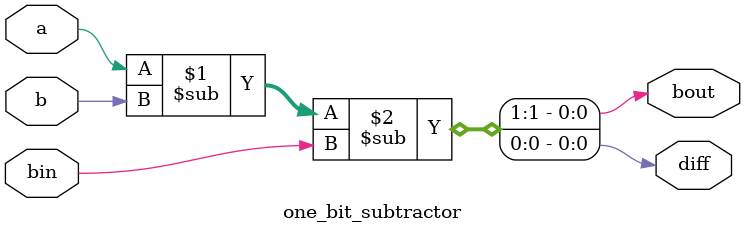
<source format=v>
module subtractor_8bit(
    input [7:0] a, b, 
    input bin, 
    output [7:0] diff, 
    output bout);

    wire [8:0] borrow;

    one_bit_subtractor S0 (.a(a[0]), .b(b[0]), .bin(bin), .diff(diff[0]), .bout(borrow[0]));
    one_bit_subtractor S1 (.a(a[1]), .b(b[1]), .bin(borrow[0]), .diff(diff[1]), .bout(borrow[1]));
    one_bit_subtractor S2 (.a(a[2]), .b(b[2]), .bin(borrow[1]), .diff(diff[2]), .bout(borrow[2]));
    one_bit_subtractor S3 (.a(a[3]), .b(b[3]), .bin(borrow[2]), .diff(diff[3]), .bout(borrow[3]));
    one_bit_subtractor S4 (.a(a[4]), .b(b[4]), .bin(borrow[3]), .diff(diff[4]), .bout(borrow[4]));
    one_bit_subtractor S5 (.a(a[5]), .b(b[5]), .bin(borrow[4]), .diff(diff[5]), .bout(borrow[5]));
    one_bit_subtractor S6 (.a(a[6]), .b(b[6]), .bin(borrow[5]), .diff(diff[6]), .bout(borrow[6]));
    one_bit_subtractor S7 (.a(a[7]), .b(b[7]), .bin(borrow[6]), .diff(diff[7]), .bout(borrow[7]));

    assign bout = borrow[7]; 
endmodule

module one_bit_subtractor (input a, b, bin, output diff, bout);
    assign {bout, diff} = a - b - bin;
endmodule
</source>
